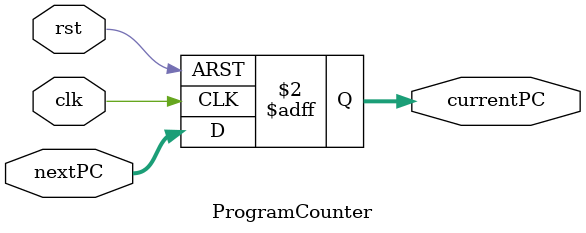
<source format=v>
`timescale 1ns / 1ps

module ProgramCounter(clk, rst, nextPC, currentPC);
    input clk, rst;
    input [31:0] nextPC;
    output reg [31:0] currentPC;

    always @(posedge clk or posedge rst) begin
        if (rst)
            currentPC <= 32'b0; // Reset to the first instruction address
        else
            currentPC <= nextPC; // Update with the next instruction address
    end
endmodule



</source>
